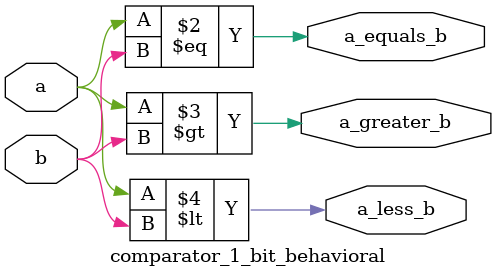
<source format=sv>
module comparator_1_bit_behavioral(input a,
                                   input b,
                                   output reg a_equals_b,
                                   output reg a_greater_b,
                                   output reg a_less_b);

  
    always @(*) begin
      
        a_equals_b = (a == b);
      
        a_greater_b = (a > b);
      
        a_less_b = (a < b);
    end

endmodule

</source>
